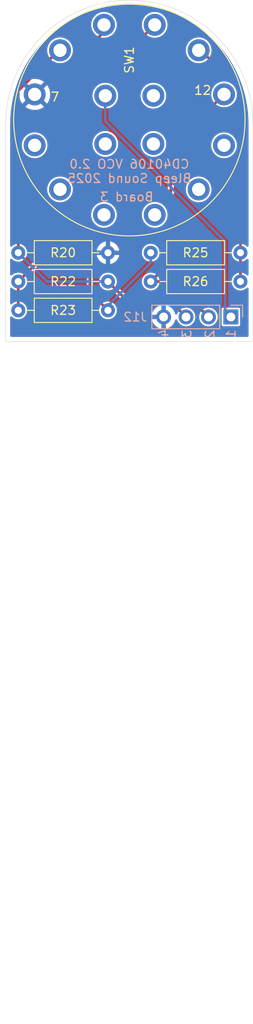
<source format=kicad_pcb>
(kicad_pcb (version 20241229) (generator "pcbnew") (generator_version "9.0")
  (layers (0 "F.Cu" signal) (2 "B.Cu" signal) (13 "F.Paste" user) (15 "B.Paste" user) (5 "F.SilkS" user "F.Silkscreen") (7 "B.SilkS" user "B.Silkscreen") (1 "F.Mask" user) (3 "B.Mask" user) (25 "Edge.Cuts" user))
  (net 0 "")
  (net 1 "GND")
  (net 2 "/Fine_oct_in")
  (net 3 "/Octave switch/2V")
  (net 4 "/Octave switch/3V")
  (net 5 "/Octave switch/4V")
  (net 13 "/Octave switch/5v")
  (net 14 "/Octave switch/A")
  (footprint "Resistor_THT:R_Axial_DIN0207_L6.3mm_D2.5mm_P10.16mm_Horizontal" (layer "F.Cu") (at 16.42 68.25)
    (property "Reference" "R22" (at 5.08 0 0) (layer "F.SilkS"))
    (property "Value" "10k")
    (fp_line (start 1.04 0) (end 1.81 0) (stroke (width 0.12)) (layer "F.SilkS"))
    (fp_line (start 1.81 -1.37) (end 1.81 1.37) (stroke (width 0.12)) (layer "F.SilkS"))
    (fp_line (start 1.81 1.37) (end 8.35 1.37) (stroke (width 0.12)) (layer "F.SilkS"))
    (fp_line (start 8.35 -1.37) (end 1.81 -1.37) (stroke (width 0.12)) (layer "F.SilkS"))
    (fp_line (start 8.35 1.37) (end 8.35 -1.37) (stroke (width 0.12)) (layer "F.SilkS"))
    (fp_line (start 9.12 0) (end 8.35 0) (stroke (width 0.12)) (layer "F.SilkS"))
    (pad "1" thru_hole circle (at 0 0) (size 1.6 1.6) (drill 0.8) (layers "*.Cu" "*.Mask") (net 3 "/Octave switch/2V"))
    (pad "2" thru_hole oval (at 10.16 0) (size 1.6 1.6) (drill 0.8) (layers "*.Cu" "*.Mask") (net 2 "/Fine_oct_in"))
  )
  (footprint "Resistor_THT:R_Axial_DIN0207_L6.3mm_D2.5mm_P10.16mm_Horizontal" (layer "F.Cu") (at 41.58 65 180)
    (property "Reference" "R25" (at 5.08 0 0) (layer "F.SilkS"))
    (property "Value" "10k")
    (fp_line (start 9.12 0) (end 8.35 0) (stroke (width 0.12)) (layer "F.SilkS"))
    (fp_line (start 8.35 1.37) (end 8.35 -1.37) (stroke (width 0.12)) (layer "F.SilkS"))
    (fp_line (start 8.35 -1.37) (end 1.81 -1.37) (stroke (width 0.12)) (layer "F.SilkS"))
    (fp_line (start 1.81 1.37) (end 8.35 1.37) (stroke (width 0.12)) (layer "F.SilkS"))
    (fp_line (start 1.81 -1.37) (end 1.81 1.37) (stroke (width 0.12)) (layer "F.SilkS"))
    (fp_line (start 1.04 0) (end 1.81 0) (stroke (width 0.12)) (layer "F.SilkS"))
    (pad "1" thru_hole circle (at 0 0 180) (size 1.6 1.6) (drill 0.8) (layers "*.Cu" "*.Mask") (net 5 "/Octave switch/4V"))
    (pad "2" thru_hole oval (at 10.16 0 180) (size 1.6 1.6) (drill 0.8) (layers "*.Cu" "*.Mask") (net 4 "/Octave switch/3V"))
  )
  (footprint "Resistor_THT:R_Axial_DIN0207_L6.3mm_D2.5mm_P10.16mm_Horizontal" (layer "F.Cu") (at 31.42 68.25)
    (property "Reference" "R26" (at 5.08 0 0) (layer "F.SilkS"))
    (property "Value" "10k")
    (fp_line (start 1.04 0) (end 1.81 0) (stroke (width 0.12)) (layer "F.SilkS"))
    (fp_line (start 1.81 -1.37) (end 1.81 1.37) (stroke (width 0.12)) (layer "F.SilkS"))
    (fp_line (start 1.81 1.37) (end 8.35 1.37) (stroke (width 0.12)) (layer "F.SilkS"))
    (fp_line (start 8.35 -1.37) (end 1.81 -1.37) (stroke (width 0.12)) (layer "F.SilkS"))
    (fp_line (start 8.35 1.37) (end 8.35 -1.37) (stroke (width 0.12)) (layer "F.SilkS"))
    (fp_line (start 9.12 0) (end 8.35 0) (stroke (width 0.12)) (layer "F.SilkS"))
    (pad "1" thru_hole circle (at 0 0) (size 1.6 1.6) (drill 0.8) (layers "*.Cu" "*.Mask") (net 13 "/Octave switch/5v"))
    (pad "2" thru_hole oval (at 10.16 0) (size 1.6 1.6) (drill 0.8) (layers "*.Cu" "*.Mask") (net 5 "/Octave switch/4V"))
  )
  (footprint "Resistor_THT:R_Axial_DIN0207_L6.3mm_D2.5mm_P10.16mm_Horizontal" (layer "F.Cu") (at 26.58 71.5 180)
    (property "Reference" "R23" (at 5.08 0 0) (layer "F.SilkS"))
    (property "Value" "10k")
    (fp_line (start 9.12 0) (end 8.35 0) (stroke (width 0.12)) (layer "F.SilkS"))
    (fp_line (start 8.35 1.37) (end 8.35 -1.37) (stroke (width 0.12)) (layer "F.SilkS"))
    (fp_line (start 8.35 -1.37) (end 1.81 -1.37) (stroke (width 0.12)) (layer "F.SilkS"))
    (fp_line (start 1.81 1.37) (end 8.35 1.37) (stroke (width 0.12)) (layer "F.SilkS"))
    (fp_line (start 1.81 -1.37) (end 1.81 1.37) (stroke (width 0.12)) (layer "F.SilkS"))
    (fp_line (start 1.04 0) (end 1.81 0) (stroke (width 0.12)) (layer "F.SilkS"))
    (pad "1" thru_hole circle (at 0 0 180) (size 1.6 1.6) (drill 0.8) (layers "*.Cu" "*.Mask") (net 4 "/Octave switch/3V"))
    (pad "2" thru_hole oval (at 10.16 0 180) (size 1.6 1.6) (drill 0.8) (layers "*.Cu" "*.Mask") (net 3 "/Octave switch/2V"))
  )
  (footprint "Kicad-perso:CK1055" (layer "F.Cu") (at 29 50 -90)
    (property "Reference" "SW1" (at -6.75 0 90) (layer "F.SilkS"))
    (property "Value" "Octave select switch")
    (fp_circle (center 0 0) (end 13.1 0) (stroke (width 0.12)) (fill no) (layer "F.SilkS"))
    (pad "1" thru_hole oval (at -2.872891 10.721776 270) (size 2.5 2.5) (drill 1.5) (layers "*.Cu" "*.Mask") (net 1 "GND"))
    (pad "2" thru_hole oval (at -7.848885 7.848885 270) (size 2.5 2.5) (drill 1.5) (layers "*.Cu" "*.Mask") (net 2 "/Fine_oct_in"))
    (pad "3" thru_hole oval (at -10.721776 2.872891 270) (size 2.5 2.5) (drill 1.5) (layers "*.Cu" "*.Mask") (net 3 "/Octave switch/2V"))
    (pad "4" thru_hole oval (at -10.721776 -2.872891 270) (size 2.5 2.5) (drill 1.5) (layers "*.Cu" "*.Mask") (net 4 "/Octave switch/3V"))
    (pad "5" thru_hole oval (at -7.848885 -7.848885 270) (size 2.5 2.5) (drill 1.5) (layers "*.Cu" "*.Mask") (net 5 "/Octave switch/4V"))
    (pad "6" thru_hole oval (at -2.872891 -10.721776 270) (size 2.5 2.5) (drill 1.5) (layers "*.Cu" "*.Mask") (net 13 "/Octave switch/5v"))
    (pad "7" thru_hole oval (at 2.872891 -10.721776 270) (size 2.5 2.5) (drill 1.5) (layers "*.Cu" "*.Mask"))
    (pad "8" thru_hole oval (at 7.848885 -7.848885 270) (size 2.5 2.5) (drill 1.5) (layers "*.Cu" "*.Mask"))
    (pad "9" thru_hole oval (at 10.721776 -2.872891 270) (size 2.5 2.5) (drill 1.5) (layers "*.Cu" "*.Mask"))
    (pad "10" thru_hole oval (at 10.721776 2.872891 270) (size 2.5 2.5) (drill 1.5) (layers "*.Cu" "*.Mask"))
    (pad "11" thru_hole oval (at 7.848885 7.848885 270) (size 2.5 2.5) (drill 1.5) (layers "*.Cu" "*.Mask"))
    (pad "12" thru_hole oval (at 2.872891 10.721776 270) (size 2.5 2.5) (drill 1.5) (layers "*.Cu" "*.Mask"))
    (pad "A" thru_hole oval (at -2.722361 2.722361 90) (size 2.5 2.5) (drill 1.5) (layers "*.Cu" "*.Mask") (net 14 "/Octave switch/A"))
    (pad "B" thru_hole oval (at -2.722361 -2.722361) (size 2.5 2.5) (drill 1.5) (layers "*.Cu" "*.Mask"))
    (pad "C" thru_hole oval (at 2.722361 -2.722361 270) (size 2.5 2.5) (drill 1.5) (layers "*.Cu" "*.Mask"))
    (pad "D" thru_hole oval (at 2.722361 2.722361 180) (size 2.5 2.5) (drill 1.5) (layers "*.Cu" "*.Mask"))
  )
  (footprint "Resistor_THT:R_Axial_DIN0207_L6.3mm_D2.5mm_P10.16mm_Horizontal" (layer "F.Cu") (at 16.42 65)
    (property "Reference" "R20" (at 5.08 0 0) (layer "F.SilkS"))
    (property "Value" "10k")
    (fp_line (start 1.04 0) (end 1.81 0) (stroke (width 0.12)) (layer "F.SilkS"))
    (fp_line (start 1.81 -1.37) (end 1.81 1.37) (stroke (width 0.12)) (layer "F.SilkS"))
    (fp_line (start 1.81 1.37) (end 8.35 1.37) (stroke (width 0.12)) (layer "F.SilkS"))
    (fp_line (start 8.35 -1.37) (end 1.81 -1.37) (stroke (width 0.12)) (layer "F.SilkS"))
    (fp_line (start 8.35 1.37) (end 8.35 -1.37) (stroke (width 0.12)) (layer "F.SilkS"))
    (fp_line (start 9.12 0) (end 8.35 0) (stroke (width 0.12)) (layer "F.SilkS"))
    (pad "1" thru_hole circle (at 0 0) (size 1.6 1.6) (drill 0.8) (layers "*.Cu" "*.Mask") (net 2 "/Fine_oct_in"))
    (pad "2" thru_hole oval (at 10.16 0) (size 1.6 1.6) (drill 0.8) (layers "*.Cu" "*.Mask") (net 1 "GND"))
  )
  (footprint "Connector_PinSocket_2.54mm:PinSocket_1x04_P2.54mm_Vertical" (layer "B.Cu") (at 40.5 72.25 90)
    (property "Reference" "J12" (at 0 -10.83 0) (layer "B.SilkS") (effects (justify mirror)))
    (property "Value" "Conn_01x04")
    (fp_line (start -1.33 -8.95) (end 1.33 -8.95) (stroke (width 0.12)) (layer "B.SilkS"))
    (fp_line (start 1.33 -1.27) (end 1.33 -8.95) (stroke (width 0.12)) (layer "B.SilkS"))
    (fp_line (start -1.33 -1.27) (end -1.33 -8.95) (stroke (width 0.12)) (layer "B.SilkS"))
    (fp_line (start -1.33 -1.27) (end 1.33 -1.27) (stroke (width 0.12)) (layer "B.SilkS"))
    (fp_line (start 1.33 1.33) (end 1.33 0) (stroke (width 0.12)) (layer "B.SilkS"))
    (fp_line (start 0 1.33) (end 1.33 1.33) (stroke (width 0.12)) (layer "B.SilkS"))
    (pad "1" thru_hole rect (at 0 0 90) (size 1.7 1.7) (drill 1) (layers "*.Cu" "*.Mask") (net 14 "/Octave switch/A"))
    (pad "2" thru_hole oval (at 0 -2.54 90) (size 1.7 1.7) (drill 1) (layers "*.Cu" "*.Mask") (net 13 "/Octave switch/5v"))
    (pad "3" thru_hole oval (at 0 -5.08 90) (size 1.7 1.7) (drill 1) (layers "*.Cu" "*.Mask") (net 2 "/Fine_oct_in"))
    (pad "4" thru_hole oval (at 0 -7.62 90) (size 1.7 1.7) (drill 1) (layers "*.Cu" "*.Mask") (net 1 "GND"))
  )
  (gr_line (start 43 75) (end 15 75) (stroke (width 0.05)) (layer "Edge.Cuts"))
  (gr_arc (start 15 50.5) (mid 29 36.5) (end 43 50.5) (stroke (width 0.05)) (layer "Edge.Cuts"))
  (gr_line (start 15 75) (end 15 50.5) (stroke (width 0.05)) (layer "Edge.Cuts"))
  (gr_line (start 43 75) (end 43 50.5) (stroke (width 0.05)) (layer "Edge.Cuts"))
  (gr_text "7" (at 20 48 0) (layer "F.SilkS") (effects (font (size 1 1)) (justify left bottom)))
  (gr_text "12" (at 36.25 47.25 0) (layer "F.SilkS") (effects (font (size 1 1)) (justify left bottom)))
  (gr_text "1" (at 41.1 73.6 90) (layer "B.SilkS") (effects (font (size 1 1)) (justify left bottom mirror)))
  (gr_text "CD40106 VCO 2.0\nBleep Sound 2025" (at 29 55.804972 0) (layer "B.SilkS") (effects (font (size 1 1)) (justify mirror)))
  (gr_text "Board 3" (at 28.7 58.7 0) (layer "B.SilkS") (effects (font (size 1 1)) (justify mirror)))
  (gr_text "4" (at 33.5 73.5 90) (layer "B.SilkS") (effects (font (size 1 1)) (justify left bottom mirror)))
  (gr_text "2" (at 38.7 73.6 90) (layer "B.SilkS") (effects (font (size 1 1)) (justify left bottom mirror)))
  (gr_text "3" (at 36.1 73.6 90) (layer "B.SilkS") (effects (font (size 1 1)) (justify left bottom mirror)))
  (segment (start 35.42 72.25) (end 33.07 69.9) (width 0.3) (layer "F.Cu") (net 2))
  (segment (start 28.23 69.9) (end 26.58 68.25) (width 0.3) (layer "F.Cu") (net 2))
  (segment (start 20.991476 42.151115) (end 21.151115 42.151115) (width 0.3) (layer "F.Cu") (net 2))
  (segment (start 16.42 65) (end 16.42 46.722591) (width 0.3) (layer "F.Cu") (net 2))
  (segment (start 33.07 69.9) (end 28.23 69.9) (width 0.3) (layer "F.Cu") (net 2))
  (segment (start 16.42 46.722591) (end 20.991476 42.151115) (width 0.3) (layer "F.Cu") (net 2))
  (segment (start 26.58 68.25) (end 19.67 68.25) (width 0.3) (layer "B.Cu") (net 2))
  (segment (start 19.67 68.25) (end 16.42 65) (width 0.3) (layer "B.Cu") (net 2))
  (segment (start 16.42 68.25) (end 16.42 71.5) (width 0.3) (layer "F.Cu") (net 3))
  (segment (start 22.751115 52.548885) (end 22.751115 43.448885) (width 0.3) (layer "F.Cu") (net 3))
  (segment (start 26.127109 40.072891) (end 26.127109 39.278224) (width 0.3) (layer "F.Cu") (net 3))
  (segment (start 22.751115 43.448885) (end 26.127109 40.072891) (width 0.3) (layer "F.Cu") (net 3))
  (segment (start 19.2 65.47) (end 19.2 56.1) (width 0.3) (layer "F.Cu") (net 3))
  (segment (start 16.42 68.25) (end 19.2 65.47) (width 0.3) (layer "F.Cu") (net 3))
  (segment (start 19.2 56.1) (end 22.751115 52.548885) (width 0.3) (layer "F.Cu") (net 3))
  (segment (start 31.872891 39.278224) (end 24.527109 46.624006) (width 0.3) (layer "F.Cu") (net 4))
  (segment (start 24.527109 46.624006) (end 24.527109 69.447109) (width 0.3) (layer "F.Cu") (net 4))
  (segment (start 24.527109 69.447109) (end 26.58 71.5) (width 0.3) (layer "F.Cu") (net 4))
  (segment (start 31.42 66.13137) (end 26.58 70.97137) (width 0.3) (layer "B.Cu") (net 4))
  (segment (start 31.42 65) (end 31.42 66.13137) (width 0.3) (layer "B.Cu") (net 4))
  (segment (start 26.58 70.97137) (end 26.58 71.5) (width 0.3) (layer "B.Cu") (net 4))
  (segment (start 37.101115 42.151115) (end 36.848885 42.151115) (width 0.3) (layer "F.Cu") (net 5))
  (segment (start 41.58 46.63) (end 37.101115 42.151115) (width 0.3) (layer "F.Cu") (net 5))
  (segment (start 41.58 65) (end 41.58 46.63) (width 0.3) (layer "F.Cu") (net 5))
  (segment (start 41.58 68.25) (end 41.58 65) (width 0.3) (layer "F.Cu") (net 5))
  (segment (start 33.7 65.97) (end 31.42 68.25) (width 0.3) (layer "F.Cu") (net 13))
  (segment (start 37.96 72.25) (end 33.96 68.25) (width 0.3) (layer "F.Cu") (net 13))
  (segment (start 33.7 53.148885) (end 33.7 65.97) (width 0.3) (layer "F.Cu") (net 13))
  (segment (start 33.96 68.25) (end 31.42 68.25) (width 0.3) (layer "F.Cu") (net 13))
  (segment (start 39.721776 47.127109) (end 33.7 53.148885) (width 0.3) (layer "F.Cu") (net 13))
  (segment (start 39.85 63.75) (end 39.85 71.6) (width 0.3) (layer "B.Cu") (net 14))
  (segment (start 26.277639 50.177639) (end 39.85 63.75) (width 0.3) (layer "B.Cu") (net 14))
  (segment (start 39.85 71.6) (end 40.5 72.25) (width 0.3) (layer "B.Cu") (net 14))
  (segment (start 26.277639 47.277639) (end 26.277639 50.177639) (width 0.3) (layer "B.Cu") (net 14))
  (zone (net 1) (net_name "GND") (layers "F.Cu" "B.Cu") (priority 2) (connect_pads (clearance 0)) (min_thickness 0.25) (fill yes (thermal_gap 0.5) (thermal_bridge_width 0.5))
    (polygon (pts (xy 43 75) (xy 15 75) (xy 15 36.5) (xy 43 36.5)))
  )
)
</source>
